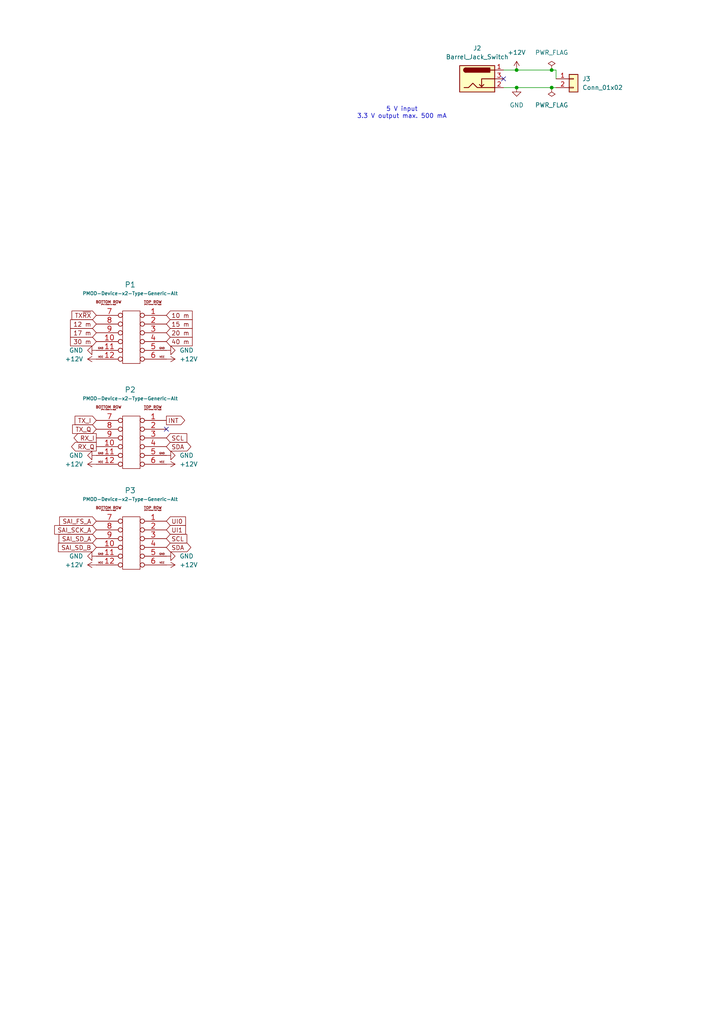
<source format=kicad_sch>
(kicad_sch (version 20231120) (generator "eeschema") (generator_version "8.0")
  (paper "A4" portrait)
  (lib_symbols
    (symbol "Connector:Barrel_Jack_Switch" (pin_names hide)
      (property "Reference" "J" (at 0 5.334 0))
      (property "Value" "Barrel_Jack_Switch" (at 0 -5.08 0))
      (symbol "Barrel_Jack_Switch_0_1"
        (rectangle (start -5.08 3.81) (end 5.08 -3.81) (stroke (width 0.254)) (fill (type background)))
        (arc (start -3.302 3.175) (mid -3.9343 2.54) (end -3.302 1.905) (stroke (width 0.254)))
        (arc (start -3.302 3.175) (mid -3.9343 2.54) (end -3.302 1.905) (stroke (width 0.254)) (fill (type outline)))
        (polyline (pts (xy 1.27 -2.286) (xy 1.905 -1.651)) (stroke (width 0.254)))
        (polyline (pts (xy 5.08 2.54) (xy 3.81 2.54)) (stroke (width 0.254)))
        (polyline (pts (xy 5.08 0) (xy 1.27 0) (xy 1.27 -2.286) (xy 0.635 -1.651)) (stroke (width 0.254)))
        (polyline (pts (xy -3.81 -2.54) (xy -2.54 -2.54) (xy -1.27 -1.27) (xy 0 -2.54) (xy 2.54 -2.54) (xy 5.08 -2.54)) (stroke (width 0.254)))
        (rectangle (start 3.683 3.175) (end -3.302 1.905) (stroke (width 0.254)) (fill (type outline)))
      )
      (symbol "Barrel_Jack_Switch_1_1"
        (pin passive line (at 7.62 2.54 180) (length 2.54) (name "~") (number "1"))
        (pin passive line (at 7.62 -2.54 180) (length 2.54) (name "~") (number "2"))
        (pin passive line (at 7.62 0 180) (length 2.54) (name "~") (number "3"))
      )
    )
    (symbol "Connector_Generic:Conn_01x02" (pin_names (offset 1.016) hide)
      (property "Reference" "J" (at 0 2.54 0))
      (property "Value" "Conn_01x02" (at 0 -5.08 0))
      (symbol "Conn_01x02_1_1"
        (rectangle (start -1.27 -2.413) (end 0 -2.667) (stroke (width 0.1524)))
        (rectangle (start -1.27 0.127) (end 0 -0.127) (stroke (width 0.1524)))
        (rectangle (start -1.27 1.27) (end 1.27 -3.81) (stroke (width 0.254)) (fill (type background)))
        (pin passive line (at -5.08 0 0) (length 3.81) (name "Pin_1") (number "1"))
        (pin passive line (at -5.08 -2.54 0) (length 3.81) (name "Pin_2") (number "2"))
      )
    )
    (symbol "Transistor_Array:ULN2803A"
      (property "Reference" "U" (at 0 13.335 0))
      (property "Value" "ULN2803A" (at 0 11.43 0))
      (symbol "ULN2803A_0_1"
        (rectangle (start -7.62 -15.24) (end 7.62 10.16) (stroke (width 0.254)) (fill (type background)))
        (circle (center -1.778 5.08) (radius 0.254))
        (circle (center -1.27 -2.286) (radius 0.254) (fill (type outline)))
        (circle (center -1.27 0) (radius 0.254) (fill (type outline)))
        (circle (center -1.27 2.54) (radius 0.254) (fill (type outline)))
        (circle (center -0.508 5.08) (radius 0.254) (fill (type outline)))
        (polyline (pts (xy -4.572 5.08) (xy -3.556 5.08)))
        (polyline (pts (xy -1.524 5.08) (xy 4.064 5.08)))
        (polyline (pts (xy 0 6.731) (xy -1.016 6.731)))
        (polyline (pts (xy -0.508 5.08) (xy -0.508 7.62) (xy 2.286 7.62)))
        (polyline (pts (xy -3.556 6.096) (xy -3.556 4.064) (xy -2.032 5.08) (xy -3.556 6.096)))
        (polyline (pts (xy 0 5.969) (xy -1.016 5.969) (xy -0.508 6.731) (xy 0 5.969)))
      )
      (symbol "ULN2803A_1_1"
        (pin input line (at -10.16 5.08 0) (length 2.54) (name "I1") (number "1"))
        (pin passive line (at 10.16 7.62 180) (length 2.54) (name "COM") (number "10"))
        (pin open_collector line (at 10.16 -12.7 180) (length 2.54) (name "O8") (number "11"))
        (pin open_collector line (at 10.16 -10.16 180) (length 2.54) (name "O7") (number "12"))
        (pin open_collector line (at 10.16 -7.62 180) (length 2.54) (name "O6") (number "13"))
        (pin open_collector line (at 10.16 -5.08 180) (length 2.54) (name "O5") (number "14"))
        (pin open_collector line (at 10.16 -2.54 180) (length 2.54) (name "O4") (number "15"))
        (pin open_collector line (at 10.16 0 180) (length 2.54) (name "O3") (number "16"))
        (pin open_collector line (at 10.16 2.54 180) (length 2.54) (name "O2") (number "17"))
        (pin open_collector line (at 10.16 5.08 180) (length 2.54) (name "O1") (number "18"))
        (pin input line (at -10.16 2.54 0) (length 2.54) (name "I2") (number "2"))
        (pin input line (at -10.16 0 0) (length 2.54) (name "I3") (number "3"))
        (pin input line (at -10.16 -2.54 0) (length 2.54) (name "I4") (number "4"))
        (pin input line (at -10.16 -5.08 0) (length 2.54) (name "I5") (number "5"))
        (pin input line (at -10.16 -7.62 0) (length 2.54) (name "I6") (number "6"))
        (pin input line (at -10.16 -10.16 0) (length 2.54) (name "I7") (number "7"))
        (pin input line (at -10.16 -12.7 0) (length 2.54) (name "I8") (number "8"))
        (pin power_in line (at 0 -17.78 90) (length 2.54) (name "GND") (number "9"))
      )
    )
    (symbol "pico-sdx:NUCLEO144-H767ZI" (pin_numbers hide)
      (property "Reference" "A" (at 0 76.2 0))
      (property "Value" "NUCLEO144-H767ZI" (at 0 73.66 0))
      (symbol "NUCLEO144-H767ZI_1_0"
        (rectangle (start -20.32 20.32) (end 20.32 -33.02) (stroke (width 0.254)) (fill (type background)))
        (polyline (pts (xy -19.939 13.97) (xy -19.939 3.81) (xy -6.35 3.81)) (stroke (width 0.1016)))
        (text "Arduino subset" (at -12.7 5.08 0) (effects (font (size 0.9906 0.9906))))
        (text "CN8" (at -19.05 17.272 0) (effects (font (size 1.27 1.27)) (justify left bottom)))
        (pin no_connect line (at -25.4 12.7 0) (length 5.08) hide (name "NC") (number "CN8_1"))
        (pin bidirectional line (at -25.4 -10.16 0) (length 5.08) (name "D47/PC12/SDMMC_CK") (number "CN8_10"))
        (pin power_in line (at 2.54 -38.1 90) (length 5.08) (name "GND_CN8") (number "CN8_11"))
        (pin bidirectional line (at -25.4 -12.7 0) (length 5.08) (name "D48/PD2/SDMMC_CMD") (number "CN8_12"))
        (pin power_in line (at 0 -38.1 90) (length 5.08) (name "GND_CN8") (number "CN8_13"))
        (pin bidirectional line (at -25.4 -17.78 0) (length 5.08) (name "D49/PG2/IO") (number "CN8_14"))
        (pin power_in line (at -2.54 25.4 270) (length 5.08) (name "VIN") (number "CN8_15"))
        (pin bidirectional line (at -25.4 -20.32 0) (length 5.08) (name "D50/PG3/IO") (number "CN8_16"))
        (pin bidirectional line (at -25.4 0 0) (length 5.08) (name "D43/PC8/SDMMC_D0") (number "CN8_2"))
        (pin bidirectional line (at -25.4 10.16 0) (length 5.08) (name "IOREF") (number "CN8_3"))
        (pin bidirectional line (at -25.4 -2.54 0) (length 5.08) (name "D44/PC9/SDMMC_D1/I2S_B_CKIN") (number "CN8_4"))
        (pin bidirectional line (at -25.4 7.62 0) (length 5.08) (name "RESET") (number "CN8_5"))
        (pin bidirectional line (at -25.4 -5.08 0) (length 5.08) (name "D45/PC10/SDMMC_D2") (number "CN8_6"))
        (pin power_in line (at 2.54 25.4 270) (length 5.08) (name "+3V3") (number "CN8_7"))
        (pin bidirectional line (at -25.4 -7.62 0) (length 5.08) (name "D46/PC11/SDMMC_D3") (number "CN8_8"))
        (pin power_in line (at 0 25.4 270) (length 5.08) (name "+5V") (number "CN8_9"))
      )
      (symbol "NUCLEO144-H767ZI_1_1"
        (polyline (pts (xy -3.81 19.939) (xy 3.175 19.939)) (stroke (width 0.1016)))
        (polyline (pts (xy -1.905 -32.639) (xy 4.445 -32.639)) (stroke (width 0.1016)))
      )
      (symbol "NUCLEO144-H767ZI_2_0"
        (rectangle (start -25.4 33.02) (end 25.4 -30.48) (stroke (width 0.254)) (fill (type background)))
        (polyline (pts (xy -25.019 24.765) (xy -25.019 6.35) (xy -11.43 6.35)) (stroke (width 0.1016)))
        (rectangle (start 22.86 -5.08) (end 22.86 -5.08) (stroke (width 0.254)))
        (rectangle (start 34.29 -20.32) (end 34.29 -20.32) (stroke (width 0.254)))
        (text "Arduino subset" (at -17.78 7.62 0) (effects (font (size 0.9906 0.9906))))
        (text "CN9" (at -24.13 29.972 0) (effects (font (size 1.27 1.27)) (justify left bottom)))
        (pin bidirectional line (at -30.48 22.86 0) (length 5.08) (name "A0/PA3") (number "CN9_1"))
        (pin bidirectional line (at -30.48 -7.62 0) (length 5.08) (name "D55/PD3/USART_B_CTS") (number "CN9_10"))
        (pin bidirectional line (at -30.48 10.16 0) (length 5.08) (name "A5/PF10|PB8¹") (number "CN9_11"))
        (pin power_in line (at -2.54 -35.56 90) (length 5.08) (name "GND_CN9") (number "CN9_12"))
        (pin no_connect line (at 30.48 -20.32 180) (length 5.08) hide (name "D72/NC") (number "CN9_13"))
        (pin bidirectional clock (at -30.48 -12.7 0) (length 5.08) (name "D56/PE2/SAI_A_MCLK") (number "CN9_14"))
        (pin bidirectional line (at 30.48 -15.24 180) (length 5.08) (name "D71/PA7²") (number "CN9_15"))
        (pin bidirectional line (at -30.48 -15.24 0) (length 5.08) (name "D57/PE4/SAI_A_FS") (number "CN9_16"))
        (pin bidirectional line (at 30.48 -10.16 180) (length 5.08) (name "D70/PF2/I2C_B_SMBA") (number "CN9_17"))
        (pin bidirectional clock (at -30.48 -17.78 0) (length 5.08) (name "D58/PE5/SAI_A_SCK") (number "CN9_18"))
        (pin bidirectional clock (at 30.48 -7.62 180) (length 5.08) (name "D69/PF1/I2C_B_SCL") (number "CN9_19"))
        (pin bidirectional clock (at -30.48 2.54 0) (length 5.08) (name "D51/PD7/USART_B_SCLK") (number "CN9_2"))
        (pin bidirectional line (at -30.48 -20.32 0) (length 5.08) (name "D59/PE6/SAI_A_SD") (number "CN9_20"))
        (pin bidirectional line (at 30.48 -5.08 180) (length 5.08) (name "D68/PF0/I2C_B_SDA") (number "CN9_21"))
        (pin bidirectional line (at 30.48 22.86 180) (length 5.08) (name "D60/PE3/SAI_B_SD") (number "CN9_22"))
        (pin power_in line (at 2.54 -35.56 90) (length 5.08) (name "GND_CN9") (number "CN9_23"))
        (pin bidirectional clock (at 30.48 20.32 180) (length 5.08) (name "D61/PF8/SAI_B_SCK") (number "CN9_24"))
        (pin bidirectional line (at 30.48 0 180) (length 5.08) (name "D67/PD0/CAN_RX") (number "CN9_25"))
        (pin bidirectional clock (at 30.48 17.78 180) (length 5.08) (name "D62/PF7/SAI_B_MCLK") (number "CN9_26"))
        (pin bidirectional line (at 30.48 2.54 180) (length 5.08) (name "D66/PD1/CAN_TX") (number "CN9_27"))
        (pin bidirectional line (at 30.48 15.24 180) (length 5.08) (name "D63/PF9/SAI_B_FS") (number "CN9_28"))
        (pin bidirectional line (at 30.48 7.62 180) (length 5.08) (name "D65/PG0/IO") (number "CN9_29"))
        (pin bidirectional line (at -30.48 20.32 0) (length 5.08) (name "A1/PC0") (number "CN9_3"))
        (pin bidirectional line (at 30.48 10.16 180) (length 5.08) (name "D64/PG1/IO") (number "CN9_30"))
        (pin bidirectional line (at -30.48 0 0) (length 5.08) (name "D52/PD6/USART_B_RX") (number "CN9_4"))
        (pin bidirectional line (at -30.48 17.78 0) (length 5.08) (name "A2/PC3") (number "CN9_5"))
        (pin bidirectional line (at -30.48 -2.54 0) (length 5.08) (name "D53/PD5/USART_B_TX") (number "CN9_6"))
        (pin bidirectional line (at -30.48 15.24 0) (length 5.08) (name "A3/PF3") (number "CN9_7"))
        (pin bidirectional line (at -30.48 -5.08 0) (length 5.08) (name "D54/PD4/USART_B_RTS") (number "CN9_8"))
        (pin bidirectional line (at -30.48 12.7 0) (length 5.08) (name "A4/PF5|PB9¹") (number "CN9_9"))
      )
      (symbol "NUCLEO144-H767ZI_3_0"
        (rectangle (start -27.94 25.4) (end 27.94 -25.4) (stroke (width 0.254)) (fill (type background)))
        (polyline (pts (xy -27.559 16.51) (xy -27.559 -11.43) (xy -13.97 -11.43)) (stroke (width 0.1016)))
        (text "Arduino subset" (at -20.32 -10.16 0) (effects (font (size 0.9906 0.9906))))
        (text "CN7" (at -26.67 22.352 0) (effects (font (size 1.27 1.27)) (justify left bottom)))
        (pin bidirectional line (at -33.02 -7.62 0) (length 5.08) (name "D16/PC6/I2S_A_MCK") (number "CN7_1"))
        (pin bidirectional line (at -33.02 0 0) (length 5.08) (name "D13/PA5/SPI_A_SCK") (number "CN7_10"))
        (pin bidirectional line (at 33.02 0 180) (length 5.08) (name "D21/PC7/I2S_B_MCK") (number "CN7_11"))
        (pin bidirectional line (at -33.02 2.54 0) (length 5.08) (name "D12/PA6/SPI_A_MISO") (number "CN7_12"))
        (pin bidirectional line (at 33.02 -5.08 180) (length 5.08) (name "D22/PB5/I2S_B_SD/SPI_B_MOSI") (number "CN7_13"))
        (pin bidirectional line (at -33.02 5.08 0) (length 5.08) (name "D11/PA7|PB5¹/SPI_A_MOSI|TIM_E_PWM1") (number "CN7_14"))
        (pin bidirectional line (at 33.02 -7.62 180) (length 5.08) (name "D23/PB3/I2S_B_CK/SPI_B_SCK") (number "CN7_15"))
        (pin bidirectional line (at -33.02 7.62 0) (length 5.08) (name "D10/PD14/SPI_A_CS/TIM_B_PWM3") (number "CN7_16"))
        (pin bidirectional line (at 33.02 -10.16 180) (length 5.08) (name "D24/PA4/SPI_B_NSS") (number "CN7_17"))
        (pin bidirectional line (at -33.02 12.7 0) (length 5.08) (name "D9/PD15/TIMER_B_PWM2") (number "CN7_18"))
        (pin bidirectional line (at 33.02 -12.7 180) (length 5.08) (name "D25/PB4/SPI_B_MISO") (number "CN7_19"))
        (pin bidirectional line (at -33.02 -5.08 0) (length 5.08) (name "D15/PB8/I2C_A_SCL") (number "CN7_2"))
        (pin bidirectional line (at -33.02 15.24 0) (length 5.08) (name "D8/PF12/IO") (number "CN7_20"))
        (pin bidirectional line (at 33.02 15.24 180) (length 5.08) (name "D17/PB15/I2S_A_SD") (number "CN7_3"))
        (pin bidirectional line (at -33.02 -2.54 0) (length 5.08) (name "D14/PB9/I2C_A_SDA") (number "CN7_4"))
        (pin bidirectional line (at 33.02 12.7 180) (length 5.08) (name "D18/PB13/I2S_A_CK") (number "CN7_5"))
        (pin input line (at 0 30.48 270) (length 5.08) (name "AREF") (number "CN7_6"))
        (pin bidirectional line (at 33.02 10.16 180) (length 5.08) (name "D19/PB12/I2S_A_WS") (number "CN7_7"))
        (pin power_in line (at 0 -30.48 90) (length 5.08) (name "GND_CN7") (number "CN7_8"))
        (pin bidirectional line (at 33.02 2.54 180) (length 5.08) (name "D20/PA15/I2S_B_WS") (number "CN7_9"))
      )
      (symbol "NUCLEO144-H767ZI_3_1"
        (polyline (pts (xy -2.54 25.019) (xy 1.905 25.019)) (stroke (width 0.1016)))
        (polyline (pts (xy 2.032 -25.019) (xy -2.413 -25.019)) (stroke (width 0.1016)))
      )
      (symbol "NUCLEO144-H767ZI_4_0"
        (rectangle (start -27.94 38.1) (end 27.94 -38.1) (stroke (width 0.254)) (fill (type background)))
        (polyline (pts (xy -27.559 29.21) (xy -27.559 8.89) (xy -13.97 8.89)) (stroke (width 0.1016)))
        (text "Arduino subset" (at -20.32 10.16 0) (effects (font (size 0.9906 0.9906))))
        (text "CN10" (at -26.67 35.052 0) (effects (font (size 1.27 1.27)) (justify left bottom)))
        (pin power_in line (at 0 43.18 270) (length 5.08) (name "AVDD_CN10") (number "CN10_1"))
        (pin bidirectional line (at -33.02 20.32 0) (length 5.08) (name "D3/PE13/TIMER_A_PWM3") (number "CN10_10"))
        (pin bidirectional line (at -33.02 -5.08 0) (length 5.08) (name "A8/PF4/ADC_C_IN") (number "CN10_11"))
        (pin bidirectional line (at -33.02 22.86 0) (length 5.08) (name "D2/PF15/IO") (number "CN10_12"))
        (pin bidirectional line (at -33.02 -10.16 0) (length 5.08) (name "D26/PB6/QSPI_CS") (number "CN10_13"))
        (pin bidirectional line (at -33.02 25.4 0) (length 5.08) (name "D1/PG14/USART_A_TX") (number "CN10_14"))
        (pin bidirectional clock (at -33.02 -12.7 0) (length 5.08) (name "D27/PB2/QSPI_CLK") (number "CN10_15"))
        (pin bidirectional line (at -33.02 27.94 0) (length 5.08) (name "D0/PG9/USART_A_RX") (number "CN10_16"))
        (pin power_in line (at -2.54 -43.18 90) (length 5.08) (name "GND_CN10") (number "CN10_17"))
        (pin bidirectional line (at 33.02 -2.54 180) (length 5.08) (name "D42/PE8/TIMER_A_PWM1N") (number "CN10_18"))
        (pin bidirectional line (at -33.02 -15.24 0) (length 5.08) (name "D28/PD13/QSPI_BK1_IO3") (number "CN10_19"))
        (pin bidirectional line (at -33.02 5.08 0) (length 5.08) (name "D7/PF13/IO") (number "CN10_2"))
        (pin bidirectional line (at 33.02 0 180) (length 5.08) (name "D41/PE7/TIMER_A_ETR") (number "CN10_20"))
        (pin bidirectional line (at -33.02 -17.78 0) (length 5.08) (name "D29/PD12/QSPI_BK1_IO1") (number "CN10_21"))
        (pin power_in line (at 0 -43.18 90) (length 5.08) (name "GND_CN10") (number "CN10_22"))
        (pin bidirectional line (at -33.02 -20.32 0) (length 5.08) (name "D30/PD11/QSPI_BK1_IO0") (number "CN10_23"))
        (pin bidirectional line (at 33.02 2.54 180) (length 5.08) (name "D40/PE10/TIMER_A_PWM2N") (number "CN10_24"))
        (pin bidirectional line (at -33.02 -22.86 0) (length 5.08) (name "D31/PE2³/QSPI_BK1_IO2") (number "CN10_25"))
        (pin bidirectional line (at 33.02 5.08 180) (length 5.08) (name "D39/P12/TIMER_A_PWM3N") (number "CN10_26"))
        (pin power_in line (at 2.54 -43.18 90) (length 5.08) (name "GND_CN10") (number "CN10_27"))
        (pin bidirectional line (at 33.02 -7.62 180) (length 5.08) (name "D38/PE14/IO") (number "CN10_28"))
        (pin bidirectional line (at 33.02 27.94 180) (length 5.08) (name "D32/PA0/TIMER_C_PWM1") (number "CN10_29"))
        (pin power_in line (at 7.62 -43.18 90) (length 5.08) (name "AGND_CN10") (number "CN10_3"))
        (pin bidirectional line (at 33.02 7.62 180) (length 5.08) (name "D37/PE15/TIMER_A_BKIN1") (number "CN10_30"))
        (pin bidirectional line (at 33.02 17.78 180) (length 5.08) (name "D33/PB0/TIMER_D_PWM1") (number "CN10_31"))
        (pin bidirectional line (at 33.02 25.4 180) (length 5.08) (name "D36/PB10/TIMER_C_PWM2") (number "CN10_32"))
        (pin bidirectional line (at 33.02 12.7 180) (length 5.08) (name "D34/PE0/TIMER_B_ETR") (number "CN10_33"))
        (pin bidirectional line (at 33.02 22.86 180) (length 5.08) (name "D35/PB11/TIMER_C_PWM3") (number "CN10_34"))
        (pin bidirectional line (at -33.02 12.7 0) (length 5.08) (name "D6/PE9/TIMER_A_PWM1") (number "CN10_4"))
        (pin power_in line (at -5.08 -43.18 90) (length 5.08) (name "GND_CN10") (number "CN10_5"))
        (pin bidirectional line (at -33.02 15.24 0) (length 5.08) (name "D5/PE11/TIMER_A_PWM2") (number "CN10_6"))
        (pin bidirectional line (at -33.02 0 0) (length 5.08) (name "A6/PB1/ADC_A_IN") (number "CN10_7"))
        (pin bidirectional line (at -33.02 17.78 0) (length 5.08) (name "D4/PF14/IO") (number "CN10_8"))
        (pin bidirectional line (at -33.02 -2.54 0) (length 5.08) (name "A7/PC2/ADC_B_IN") (number "CN10_9"))
      )
    )
    (symbol "pmod:PMOD-Device-x2-Type-Generic-Alt" (pin_names (offset 1.016) hide)
      (property "Reference" "P" (at 2.54 16.51 0))
      (property "Value" "PMOD-Device-x2-Type-Generic-Alt" (at 2.286 -1.016 0))
      (symbol "PMOD-Device-x2-Type-Generic-Alt_0_0"
        (text "(Pins closest to edge)" (at -4.064 17.272 0) (effects (font (size 0.254 0.254)) (justify top)))
        (text "(Pins furthest from edge)" (at 8.763 17.272 0) (effects (font (size 0.254 0.254)) (justify top)))
        (text "BOTTOM ROW" (at -4.064 18.288 0) (effects (font (size 0.762 0.762)) (justify top)))
        (text "GND" (at -6.35 4.445 0) (effects (font (size 0.508 0.508))))
        (text "GND" (at 11.43 4.445 0) (effects (font (size 0.508 0.508))))
        (text "TOP ROW" (at 8.763 18.288 0) (effects (font (size 0.762 0.762)) (justify top)))
        (text "VCC" (at -6.35 1.905 0) (effects (font (size 0.508 0.508))))
        (text "VCC" (at 11.43 1.905 0) (effects (font (size 0.508 0.508))))
      )
      (symbol "PMOD-Device-x2-Type-Generic-Alt_0_1"
        (rectangle (start 5.08 15.24) (end 0 0))
      )
      (symbol "PMOD-Device-x2-Type-Generic-Alt_1_1"
        (pin passive inverted (at 12.7 13.97 180) (length 7.62) (name "P1") (number "1"))
        (pin passive inverted (at -7.62 6.35 0) (length 7.62) (name "P10") (number "10"))
        (pin passive inverted (at -7.62 3.81 0) (length 7.62) (name "P11") (number "11"))
        (pin passive inverted (at -7.62 1.27 0) (length 7.62) (name "P12") (number "12"))
        (pin passive inverted (at 12.7 11.43 180) (length 7.62) (name "P2") (number "2"))
        (pin passive inverted (at 12.7 8.89 180) (length 7.62) (name "P3") (number "3"))
        (pin passive inverted (at 12.7 6.35 180) (length 7.62) (name "P4") (number "4"))
        (pin passive inverted (at 12.7 3.81 180) (length 7.62) (name "P5") (number "5"))
        (pin passive inverted (at 12.7 1.27 180) (length 7.62) (name "P6") (number "6"))
        (pin passive inverted (at -7.62 13.97 0) (length 7.62) (name "P7") (number "7"))
        (pin passive inverted (at -7.62 11.43 0) (length 7.62) (name "P8") (number "8"))
        (pin passive inverted (at -7.62 8.89 0) (length 7.62) (name "P9") (number "9"))
      )
    )
    (symbol "power:+12V" (power) (pin_numbers hide) (pin_names (offset 0) hide)
      (property "Value" "+12V" (at 0 3.556 0))
      (symbol "+12V_0_1"
        (polyline (pts (xy -0.762 1.27) (xy 0 2.54)))
        (polyline (pts (xy 0 0) (xy 0 2.54)))
        (polyline (pts (xy 0 2.54) (xy 0.762 1.27)))
      )
      (symbol "+12V_1_1"
        (pin power_in line (at 0 0 90) (length 0) (name "~") (number "1"))
      )
    )
    (symbol "power:+3.3V" (power) (pin_numbers hide) (pin_names (offset 0) hide)
      (property "Value" "+3.3V" (at 0 3.556 0))
      (symbol "+3.3V_0_1"
        (polyline (pts (xy -0.762 1.27) (xy 0 2.54)))
        (polyline (pts (xy 0 0) (xy 0 2.54)))
        (polyline (pts (xy 0 2.54) (xy 0.762 1.27)))
      )
      (symbol "+3.3V_1_1"
        (pin power_in line (at 0 0 90) (length 0) (name "~") (number "1"))
      )
    )
    (symbol "power:GND" (power) (pin_numbers hide) (pin_names (offset 0) hide)
      (property "Value" "GND" (at 0 -3.81 0))
      (symbol "GND_0_1"
        (polyline (pts (xy 0 0) (xy 0 -1.27) (xy 1.27 -1.27) (xy 0 -2.54) (xy -1.27 -1.27) (xy 0 -1.27)))
      )
      (symbol "GND_1_1"
        (pin power_in line (at 0 0 270) (length 0) (name "~") (number "1"))
      )
    )
    (symbol "power:PWR_FLAG" (power) (pin_numbers hide) (pin_names (offset 0) hide)
      (property "Value" "PWR_FLAG" (at 0 3.81 0))
      (symbol "PWR_FLAG_0_0"
        (pin power_out line (at 0 0 90) (length 0) (name "~") (number "1"))
      )
      (symbol "PWR_FLAG_0_1"
        (polyline (pts (xy 0 0) (xy 0 1.27) (xy -1.016 1.905) (xy 0 2.54) (xy 1.016 1.905) (xy 0 1.27)))
      )
    )
  )
  (junction (at 248.92 259.08))
  (junction (at 160.02 20.32))
  (junction (at 246.38 259.08))
  (junction (at -64.77 160.02))
  (junction (at -62.23 92.71))
  (junction (at 149.86 25.4))
  (junction (at 254 259.08))
  (junction (at 160.02 25.4))
  (junction (at -66.04 246.38))
  (junction (at 149.86 20.32))
  (junction (at 251.46 259.08))
  (no_connect (at -33.02 210.82))
  (no_connect (at -33.02 193.04))
  (no_connect (at 284.48 210.82))
  (no_connect (at 251.46 172.72))
  (no_connect (at -90.17 111.76))
  (no_connect (at 285.75 107.95))
  (no_connect (at 146.05 22.86))
  (no_connect (at 219.71 118.11))
  (no_connect (at -93.98 200.66))
  (no_connect (at 284.48 218.44))
  (no_connect (at 284.48 190.5))
  (no_connect (at 219.71 107.95))
  (no_connect (at -33.02 215.9))
  (no_connect (at 284.48 187.96))
  (no_connect (at 285.75 123.19))
  (no_connect (at -93.98 223.52))
  (no_connect (at -93.98 190.5))
  (no_connect (at 218.44 233.68))
  (no_connect (at -93.98 198.12))
  (no_connect (at -64.77 96.52))
  (no_connect (at 219.71 120.65))
  (no_connect (at 218.44 236.22))
  (no_connect (at 218.44 198.12))
  (no_connect (at 285.75 110.49))
  (no_connect (at -90.17 114.3))
  (no_connect (at 284.48 215.9))
  (no_connect (at 284.48 193.04))
  (no_connect (at -93.98 213.36))
  (no_connect (at 219.71 115.57))
  (no_connect (at 218.44 220.98))
  (no_connect (at 218.44 210.82))
  (no_connect (at 218.44 226.06))
  (no_connect (at -93.98 218.44))
  (no_connect (at 218.44 200.66))
  (no_connect (at 284.48 203.2))
  (no_connect (at -33.02 208.28))
  (no_connect (at -33.02 190.5))
  (no_connect (at 218.44 195.58))
  (no_connect (at -93.98 187.96))
  (no_connect (at 284.48 208.28))
  (no_connect (at 218.44 203.2))
  (no_connect (at 285.75 130.81))
  (no_connect (at -93.98 215.9))
  (no_connect (at -33.02 218.44))
  (no_connect (at 48.26 124.46))
  (no_connect (at -33.02 203.2))
  (no_connect (at -93.98 208.28))
  (no_connect (at 285.75 128.27))
  (no_connect (at 218.44 231.14))
  (no_connect (at 284.48 213.36))
  (no_connect (at 285.75 135.89))
  (no_connect (at -33.02 200.66))
  (no_connect (at 284.48 223.52))
  (no_connect (at 218.44 193.04))
  (no_connect (at -33.02 226.06))
  (no_connect (at 218.44 228.6))
  (no_connect (at -33.02 220.98))
  (no_connect (at 285.75 120.65))
  (no_connect (at 252.73 92.71))
  (no_connect (at 219.71 110.49))
  (no_connect (at -93.98 210.82))
  (no_connect (at -93.98 193.04))
  (no_connect (at 284.48 198.12))
  (no_connect (at -33.02 195.58))
  (no_connect (at 218.44 238.76))
  (no_connect (at 219.71 130.81))
  (no_connect (at -93.98 195.58))
  (wire (pts (xy -97.79 139.7) (xy -90.17 139.7)))
  (wire (pts (xy -110.49 137.16) (xy -97.79 137.16)))
  (wire (pts (xy -100.33 139.7) (xy -110.49 139.7)))
  (wire (pts (xy -110.49 121.92) (xy -90.17 121.92)))
  (wire (pts (xy -62.23 92.71) (xy -62.23 96.52)))
  (wire (pts (xy -130.81 119.38) (xy -133.35 119.38)))
  (wire (pts (xy -90.17 142.24) (xy -100.33 142.24)))
  (wire (pts (xy -100.33 142.24) (xy -100.33 139.7)))
  (wire (pts (xy -110.49 132.08) (xy -90.17 132.08)))
  (wire (pts (xy 149.86 20.32) (xy 160.02 20.32)))
  (wire (pts (xy 160.02 25.4) (xy 161.29 25.4)))
  (wire (pts (xy -110.49 129.54) (xy -90.17 129.54)))
  (wire (pts (xy -97.79 137.16) (xy -97.79 139.7)))
  (wire (pts (xy 246.38 259.08) (xy 248.92 259.08)))
  (wire (pts (xy 161.29 20.32) (xy 161.29 22.86)))
  (wire (pts (xy 251.46 259.08) (xy 254 259.08)))
  (wire (pts (xy 149.86 25.4) (xy 160.02 25.4)))
  (wire (pts (xy 254 259.08) (xy 259.08 259.08)))
  (wire (pts (xy 146.05 20.32) (xy 149.86 20.32)))
  (wire (pts (xy -64.77 160.02) (xy -62.23 160.02)))
  (wire (pts (xy 146.05 25.4) (xy 149.86 25.4)))
  (wire (pts (xy 248.92 259.08) (xy 251.46 259.08)))
  (wire (pts (xy -110.49 134.62) (xy -90.17 134.62)))
  (wire (pts (xy -62.23 91.44) (xy -62.23 92.71)))
  (wire (pts (xy 160.02 20.32) (xy 161.29 20.32)))
  (wire (pts (xy -66.04 246.38) (xy -60.96 246.38)))
  (wire (pts (xy -110.49 124.46) (xy -90.17 124.46)))
  (wire (pts (xy -110.49 127) (xy -90.17 127)))
  (text_box "Wunschzettel\n============\n\n- Powerknopf\n- Features:\n    - ADC/DAC\n    - Akkupack\n    - I2S Lautsprecherverstärker\n    - I2S Microphon\n- Nutzerinterface\n    - Display\n    - Rotary Encoder\n    - Mic / PTT" (at 135.89 -68.58 0) (size 36.83 29.21) (effects (font (size 1.27 1.27)) (justify left top)))
  (text "5 V input\n3.3 V output max. 500 mA" (at 116.586 32.766 0) (effects (font (size 1.27 1.27))))
  (global_label "12 m" (shape input) (at 27.94 93.98 180) (property "Intersheetrefs" "${INTERSHEET_REFS}" (effects (hide yes))))
  (global_label "12 m" (shape output) (at -130.81 134.62 180) (property "Intersheetrefs" "${INTERSHEET_REFS}" (effects (hide yes))))
  (global_label "RX_Q" (shape output) (at 27.94 129.54 180) (property "Intersheetrefs" "${INTERSHEET_REFS}" (effects (hide yes))))
  (global_label "RX_Q" (shape input) (at 218.44 218.44 180) (property "Intersheetrefs" "${INTERSHEET_REFS}" (effects (hide yes))))
  (global_label "15 m" (shape output) (at -130.81 132.08 180) (property "Intersheetrefs" "${INTERSHEET_REFS}" (effects (hide yes))))
  (global_label "TX_Q" (shape input) (at 27.94 124.46 180) (property "Intersheetrefs" "${INTERSHEET_REFS}" (effects (hide yes))))
  (global_label "30 m" (shape input) (at 27.94 99.06 180) (property "Intersheetrefs" "${INTERSHEET_REFS}" (effects (hide yes))))
  (global_label "SAI_SD_B" (shape input) (at 27.94 158.75 180) (property "Intersheetrefs" "${INTERSHEET_REFS}" (effects (hide yes))))
  (global_label "SAI_SCK_A" (shape input) (at 27.94 153.67 180) (property "Intersheetrefs" "${INTERSHEET_REFS}" (effects (hide yes))))
  (global_label "SDA" (shape bidirectional) (at 48.26 158.75 0) (property "Intersheetrefs" "${INTERSHEET_REFS}" (effects (hide yes))))
  (global_label "SAI_FS_A" (shape input) (at -93.98 226.06 180) (property "Intersheetrefs" "${INTERSHEET_REFS}" (effects (hide yes))))
  (global_label "17 m" (shape input) (at 27.94 96.52 180) (property "Intersheetrefs" "${INTERSHEET_REFS}" (effects (hide yes))))
  (global_label "SCL" (shape input) (at 48.26 156.21 0) (property "Intersheetrefs" "${INTERSHEET_REFS}" (effects (hide yes))))
  (global_label "TX~{RX}" (shape input) (at 27.94 91.44 180) (property "Intersheetrefs" "${INTERSHEET_REFS}" (effects (hide yes))))
  (global_label "20 m" (shape input) (at 48.26 96.52 0) (property "Intersheetrefs" "${INTERSHEET_REFS}" (effects (hide yes))))
  (global_label "10 m" (shape output) (at -130.81 137.16 180) (property "Intersheetrefs" "${INTERSHEET_REFS}" (effects (hide yes))))
  (global_label "TX~{RX}" (shape output) (at -130.81 139.7 180) (property "Intersheetrefs" "${INTERSHEET_REFS}" (effects (hide yes))))
  (global_label "TX_I" (shape output) (at 219.71 123.19 180) (property "Intersheetrefs" "${INTERSHEET_REFS}" (effects (hide yes))))
  (global_label "20 m" (shape output) (at -130.81 127 180) (property "Intersheetrefs" "${INTERSHEET_REFS}" (effects (hide yes))))
  (global_label "40 m" (shape output) (at -130.81 121.92 180) (property "Intersheetrefs" "${INTERSHEET_REFS}" (effects (hide yes))))
  (global_label "SDA" (shape bidirectional) (at 219.71 125.73 180) (property "Intersheetrefs" "${INTERSHEET_REFS}" (effects (hide yes))))
  (global_label "INT" (shape input) (at 285.75 113.03 0) (property "Intersheetrefs" "${INTERSHEET_REFS}" (effects (hide yes))))
  (global_label "SAI_FS_A" (shape input) (at 27.94 151.13 180) (property "Intersheetrefs" "${INTERSHEET_REFS}" (effects (hide yes))))
  (global_label "17 m" (shape output) (at -130.81 129.54 180) (property "Intersheetrefs" "${INTERSHEET_REFS}" (effects (hide yes))))
  (global_label "UI0" (shape input) (at 48.26 151.13 0) (property "Intersheetrefs" "${INTERSHEET_REFS}" (effects (hide yes))))
  (global_label "40 m" (shape input) (at 48.26 99.06 0) (property "Intersheetrefs" "${INTERSHEET_REFS}" (effects (hide yes))))
  (global_label "SAI_SD_B" (shape input) (at -33.02 187.96 0) (property "Intersheetrefs" "${INTERSHEET_REFS}" (effects (hide yes))))
  (global_label "RX_I" (shape output) (at 27.94 127 180) (property "Intersheetrefs" "${INTERSHEET_REFS}" (effects (hide yes))))
  (global_label "UI1" (shape input) (at 218.44 190.5 180) (property "Intersheetrefs" "${INTERSHEET_REFS}" (effects (hide yes))))
  (global_label "SCL" (shape output) (at 219.71 128.27 180) (property "Intersheetrefs" "${INTERSHEET_REFS}" (effects (hide yes))))
  (global_label "UI1" (shape input) (at 48.26 153.67 0) (property "Intersheetrefs" "${INTERSHEET_REFS}" (effects (hide yes))))
  (global_label "SAI_SD_A" (shape input) (at 27.94 156.21 180) (property "Intersheetrefs" "${INTERSHEET_REFS}" (effects (hide yes))))
  (global_label "TX_I" (shape input) (at 27.94 121.92 180) (property "Intersheetrefs" "${INTERSHEET_REFS}" (effects (hide yes))))
  (global_label "30 m" (shape output) (at -130.81 124.46 180) (property "Intersheetrefs" "${INTERSHEET_REFS}" (effects (hide yes))))
  (global_label "RX_I" (shape input) (at 218.44 215.9 180) (property "Intersheetrefs" "${INTERSHEET_REFS}" (effects (hide yes))))
  (global_label "UI0" (shape input) (at 218.44 187.96 180) (property "Intersheetrefs" "${INTERSHEET_REFS}" (effects (hide yes))))
  (global_label "INT" (shape output) (at 48.26 121.92 0) (property "Intersheetrefs" "${INTERSHEET_REFS}" (effects (hide yes))))
  (global_label "10 m" (shape input) (at 48.26 91.44 0) (property "Intersheetrefs" "${INTERSHEET_REFS}" (effects (hide yes))))
  (global_label "SAI_SD_A" (shape input) (at -93.98 231.14 180) (property "Intersheetrefs" "${INTERSHEET_REFS}" (effects (hide yes))))
  (global_label "15 m" (shape input) (at 48.26 93.98 0) (property "Intersheetrefs" "${INTERSHEET_REFS}" (effects (hide yes))))
  (global_label "SAI_SCK_A" (shape input) (at -93.98 228.6 180) (property "Intersheetrefs" "${INTERSHEET_REFS}" (effects (hide yes))))
  (global_label "SDA" (shape bidirectional) (at 48.26 129.54 0) (property "Intersheetrefs" "${INTERSHEET_REFS}" (effects (hide yes))))
  (global_label "SCL" (shape input) (at 48.26 127 0) (property "Intersheetrefs" "${INTERSHEET_REFS}" (effects (hide yes))))
  (global_label "TX_Q" (shape output) (at 285.75 133.35 0) (property "Intersheetrefs" "${INTERSHEET_REFS}" (effects (hide yes))))
  (symbol (lib_id "power:GND") (at -66.04 246.38 0) (unit 1)
    (property "Reference" "#PWR013" (effects (hide yes)))
    (property "Value" "GND" (at -66.04 251.46 0))
    (property "Description" "Power symbol creates a global label with name \"GND\" , ground" (effects (hide yes)))
  )
  (symbol (lib_id "power:+12V") (at 27.94 104.14 90) (unit 1)
    (property "Reference" "#PWR09" (effects (hide yes)))
    (property "Value" "+12V" (at 24.13 104.1399 90) (effects (justify left)))
    (property "Description" "Power symbol creates a global label with name \"+12V\"" (effects (hide yes)))
  )
  (symbol (lib_id "pico-sdx:NUCLEO144-H767ZI") (at 252.73 123.19 0) (unit 3)
    (property "Reference" "A1" (at 254.9241 92.71 0) (effects (justify left)))
    (property "Value" "NUCLEO144-H767ZI" (at 254.9241 95.25 0) (effects (justify left)))
    (property "Footprint" "pico-sdx:ST_Zio_Connectors_144_STLink" (effects (hide yes)))
  )
  (symbol (lib_id "power:GND") (at 48.26 161.29 90) (unit 1)
    (property "Reference" "#PWR026" (effects (hide yes)))
    (property "Value" "GND" (at 52.07 161.2899 90) (effects (justify right)))
    (property "Description" "Power symbol creates a global label with name \"GND\" , ground" (effects (hide yes)))
  )
  (symbol (lib_id "pico-sdx:NUCLEO144-H767ZI") (at -63.5 210.82 0) (unit 2)
    (property "Reference" "A1" (at -59.055 172.72 0))
    (property "Value" "NUCLEO144-H767ZI" (at -59.055 175.26 0))
    (property "Footprint" "pico-sdx:ST_Zio_Connectors_144_STLink" (effects (hide yes)))
  )
  (symbol (lib_id "pmod:PMOD-Device-x2-Type-Generic-Alt") (at 35.56 165.1 0) (unit 1)
    (property "Reference" "P3" (at 37.7683 142.24 0) (effects (font (size 1.524 1.524))))
    (property "Value" "PMOD-Device-x2-Type-Generic-Alt" (at 37.7683 144.78 0) (effects (font (size 0.9906 0.9906))))
    (property "Footprint" "pmod-conn_6x2:pmod_pin_array_6x2" (effects (hide yes)))
  )
  (symbol (lib_id "power:GND") (at 48.26 101.6 90) (unit 1)
    (property "Reference" "#PWR010" (effects (hide yes)))
    (property "Value" "GND" (at 52.07 101.5999 90) (effects (justify right)))
    (property "Description" "Power symbol creates a global label with name \"GND\" , ground" (effects (hide yes)))
  )
  (symbol (lib_id "power:+12V") (at 48.26 134.62 270) (unit 1)
    (property "Reference" "#PWR04" (effects (hide yes)))
    (property "Value" "+12V" (at 52.07 134.62 90) (effects (justify left)))
    (property "Description" "Power symbol creates a global label with name \"+12V\"" (effects (hide yes)))
  )
  (symbol (lib_id "power:+3.3V") (at -62.23 91.44 0) (unit 1)
    (property "Reference" "#PWR023" (effects (hide yes)))
    (property "Value" "+3.3V" (at -62.23 86.36 0))
    (property "Description" "Power symbol creates a global label with name \"+3.3V\"" (effects (hide yes)))
  )
  (symbol (lib_id "pmod:PMOD-Device-x2-Type-Generic-Alt") (at 35.56 105.41 0) (unit 1)
    (property "Reference" "P1" (at 37.7683 82.55 0) (effects (font (size 1.524 1.524))))
    (property "Value" "PMOD-Device-x2-Type-Generic-Alt" (at 37.7683 85.09 0) (effects (font (size 0.9906 0.9906))))
    (property "Footprint" "pmod-conn_6x2:pmod_pin_array_6x2" (effects (hide yes)))
  )
  (symbol (lib_id "power:GND") (at 48.26 132.08 90) (unit 1)
    (property "Reference" "#PWR06" (effects (hide yes)))
    (property "Value" "GND" (at 52.07 132.0799 90) (effects (justify right)))
    (property "Description" "Power symbol creates a global label with name \"GND\" , ground" (effects (hide yes)))
  )
  (symbol (lib_id "power:PWR_FLAG") (at -62.23 92.71 270) (unit 1)
    (property "Reference" "#FLG02" (effects (hide yes)))
    (property "Value" "PWR_FLAG" (at -58.42 92.7099 90) (effects (justify left)))
    (property "Description" "Special symbol for telling ERC where power comes from" (effects (hide yes)))
  )
  (symbol (lib_id "power:GND") (at 27.94 132.08 270) (unit 1)
    (property "Reference" "#PWR07" (effects (hide yes)))
    (property "Value" "GND" (at 24.13 132.0799 90) (effects (justify right)))
    (property "Description" "Power symbol creates a global label with name \"GND\" , ground" (effects (hide yes)))
  )
  (symbol (lib_id "pico-sdx:NUCLEO144-H767ZI") (at -64.77 121.92 0) (unit 1)
    (property "Reference" "A1" (at -41.91 126.9999 0) (effects (justify left)))
    (property "Value" "NUCLEO144-H767ZI" (at -41.91 129.5399 0) (effects (justify left)))
    (property "Footprint" "pico-sdx:ST_Zio_Connectors_144_STLink" (effects (hide yes)))
  )
  (symbol (lib_id "power:+12V") (at -67.31 96.52 0) (unit 1)
    (property "Reference" "#PWR01" (effects (hide yes)))
    (property "Value" "+12V" (at -67.31 91.44 0))
    (property "Description" "Power symbol creates a global label with name \"+12V\"" (effects (hide yes)))
  )
  (symbol (lib_id "Transistor_Array:ULN2803A") (at -120.65 127 0) (mirror y) (unit 1)
    (property "Reference" "U3" (at -120.65 111.76 0))
    (property "Value" "ULN2803A" (at -120.65 114.3 0))
    (property "Footprint" "Package_SO:SOIC-18W_7.5x11.6mm_P1.27mm" (effects (hide yes)))
    (property "Datasheet" "http://www.ti.com/lit/ds/symlink/uln2803a.pdf" (effects (hide yes)))
    (property "Description" "Darlington Transistor Arrays, SOIC18/DIP18" (effects (hide yes)))
  )
  (symbol (lib_id "power:+12V") (at -133.35 119.38 0) (unit 1)
    (property "Reference" "#PWR017" (effects (hide yes)))
    (property "Value" "+12V" (at -133.35 114.3 0))
    (property "Description" "Power symbol creates a global label with name \"+12V\"" (effects (hide yes)))
  )
  (symbol (lib_id "power:+12V") (at 149.86 20.32 0) (unit 1)
    (property "Reference" "#PWR031" (effects (hide yes)))
    (property "Value" "+12V" (at 149.86 15.24 0))
    (property "Description" "Power symbol creates a global label with name \"+12V\"" (effects (hide yes)))
  )
  (symbol (lib_id "power:PWR_FLAG") (at 160.02 25.4 180) (unit 1)
    (property "Reference" "#FLG03" (effects (hide yes)))
    (property "Value" "PWR_FLAG" (at 160.02 30.48 0))
    (property "Description" "Special symbol for telling ERC where power comes from" (effects (hide yes)))
  )
  (symbol (lib_id "power:GND") (at -64.77 160.02 0) (unit 1)
    (property "Reference" "#PWR012" (effects (hide yes)))
    (property "Value" "GND" (at -64.77 165.1 0))
    (property "Description" "Power symbol creates a global label with name \"GND\" , ground" (effects (hide yes)))
  )
  (symbol (lib_id "Connector:Barrel_Jack_Switch") (at 138.43 22.86 0) (unit 1)
    (property "Reference" "J2" (at 138.43 13.97 0))
    (property "Value" "Barrel_Jack_Switch" (at 138.43 16.51 0))
    (property "Footprint" "Connector_BarrelJack:BarrelJack_Wuerth_6941xx301002" (effects (hide yes)))
    (property "Description" "DC Barrel Jack with an internal switch" (effects (hide yes)))
  )
  (symbol (lib_id "power:GND") (at 27.94 101.6 270) (unit 1)
    (property "Reference" "#PWR08" (effects (hide yes)))
    (property "Value" "GND" (at 24.13 101.5999 90) (effects (justify right)))
    (property "Description" "Power symbol creates a global label with name \"GND\" , ground" (effects (hide yes)))
  )
  (symbol (lib_id "Connector_Generic:Conn_01x02") (at 166.37 22.86 0) (unit 1)
    (property "Reference" "J3" (at 168.91 22.8599 0) (effects (justify left)))
    (property "Value" "Conn_01x02" (at 168.91 25.3999 0) (effects (justify left)))
    (property "Footprint" "Connector_Wire:SolderWire-0.75sqmm_1x02_P7mm_D1.25mm_OD3.5mm" (effects (hide yes)))
    (property "Description" "Generic connector, single row, 01x02, script generated (kicad-library-utils/schlib/autogen/connector/)" (effects (hide yes)))
  )
  (symbol (lib_id "power:GND") (at 27.94 161.29 270) (unit 1)
    (property "Reference" "#PWR024" (effects (hide yes)))
    (property "Value" "GND" (at 24.13 161.2899 90) (effects (justify right)))
    (property "Description" "Power symbol creates a global label with name \"GND\" , ground" (effects (hide yes)))
  )
  (symbol (lib_id "pico-sdx:NUCLEO144-H767ZI") (at 251.46 215.9 0) (unit 4)
    (property "Reference" "A1" (at 253.6541 172.72 0) (effects (justify left)))
    (property "Value" "NUCLEO144-H767ZI" (at 253.6541 175.26 0) (effects (justify left)))
    (property "Footprint" "pico-sdx:ST_Zio_Connectors_144_STLink" (effects (hide yes)))
  )
  (symbol (lib_id "power:PWR_FLAG") (at 160.02 20.32 0) (unit 1)
    (property "Reference" "#FLG01" (effects (hide yes)))
    (property "Value" "PWR_FLAG" (at 160.02 15.24 0))
    (property "Description" "Special symbol for telling ERC where power comes from" (effects (hide yes)))
  )
  (symbol (lib_id "power:GND") (at 149.86 25.4 0) (unit 1)
    (property "Reference" "#PWR032" (effects (hide yes)))
    (property "Value" "GND" (at 149.86 30.48 0))
    (property "Description" "Power symbol creates a global label with name \"GND\" , ground" (effects (hide yes)))
  )
  (symbol (lib_id "power:+12V") (at 48.26 163.83 270) (unit 1)
    (property "Reference" "#PWR027" (effects (hide yes)))
    (property "Value" "+12V" (at 52.07 163.83 90) (effects (justify left)))
    (property "Description" "Power symbol creates a global label with name \"+12V\"" (effects (hide yes)))
  )
  (symbol (lib_id "power:+12V") (at 48.26 104.14 270) (unit 1)
    (property "Reference" "#PWR011" (effects (hide yes)))
    (property "Value" "+12V" (at 52.07 104.14 90) (effects (justify left)))
    (property "Description" "Power symbol creates a global label with name \"+12V\"" (effects (hide yes)))
  )
  (symbol (lib_id "power:GND") (at 246.38 259.08 0) (unit 1)
    (property "Reference" "#PWR014" (effects (hide yes)))
    (property "Value" "GND" (at 246.38 264.16 0))
    (property "Description" "Power symbol creates a global label with name \"GND\" , ground" (effects (hide yes)))
  )
  (symbol (lib_id "power:GND") (at -120.65 144.78 0) (unit 1)
    (property "Reference" "#PWR02" (effects (hide yes)))
    (property "Value" "GND" (at -120.65 149.86 0))
    (property "Description" "Power symbol creates a global label with name \"GND\" , ground" (effects (hide yes)))
  )
  (symbol (lib_id "power:GND") (at 252.73 153.67 0) (unit 1)
    (property "Reference" "#PWR015" (effects (hide yes)))
    (property "Value" "GND" (at 252.73 158.75 0))
    (property "Description" "Power symbol creates a global label with name \"GND\" , ground" (effects (hide yes)))
  )
  (symbol (lib_id "power:+12V") (at 27.94 163.83 90) (unit 1)
    (property "Reference" "#PWR025" (effects (hide yes)))
    (property "Value" "+12V" (at 24.13 163.8299 90) (effects (justify left)))
    (property "Description" "Power symbol creates a global label with name \"+12V\"" (effects (hide yes)))
  )
  (symbol (lib_id "power:+12V") (at 27.94 134.62 90) (unit 1)
    (property "Reference" "#PWR05" (effects (hide yes)))
    (property "Value" "+12V" (at 24.13 134.6199 90) (effects (justify left)))
    (property "Description" "Power symbol creates a global label with name \"+12V\"" (effects (hide yes)))
  )
  (symbol (lib_id "pmod:PMOD-Device-x2-Type-Generic-Alt") (at 35.56 135.89 0) (unit 1)
    (property "Reference" "P2" (at 37.7683 113.03 0) (effects (font (size 1.524 1.524))))
    (property "Value" "PMOD-Device-x2-Type-Generic-Alt" (at 37.7683 115.57 0) (effects (font (size 0.9906 0.9906))))
    (property "Footprint" "pmod-conn_6x2:pmod_pin_array_6x2" (effects (hide yes)))
  )
)
</source>
